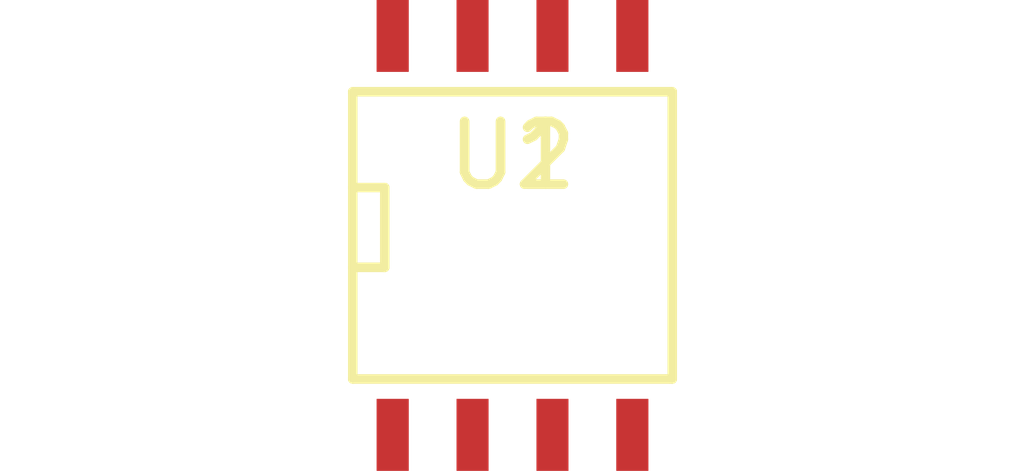
<source format=kicad_pcb>
(kicad_pcb (version 4) (host pcbnew 4.0.5)

  (general
    (links 8)
    (no_connects 4)
    (area 0 0 0 0)
    (thickness 1.6)
    (drawings 0)
    (tracks 0)
    (zones 0)
    (modules 2)
    (nets 9)
  )

  (page A4)
  (title_block
    (title battery-monitor)
    (rev 1)
  )

  (layers
    (0 F.Cu signal)
    (31 B.Cu signal)
    (32 B.Adhes user)
    (33 F.Adhes user)
    (34 B.Paste user)
    (35 F.Paste user)
    (36 B.SilkS user)
    (37 F.SilkS user)
    (38 B.Mask user)
    (39 F.Mask user)
    (40 Dwgs.User user)
    (41 Cmts.User user)
    (42 Eco1.User user)
    (43 Eco2.User user)
    (44 Edge.Cuts user)
    (45 Margin user)
    (46 B.CrtYd user)
    (47 F.CrtYd user)
    (48 B.Fab user)
    (49 F.Fab user)
  )

  (setup
    (last_trace_width 0.25)
    (trace_clearance 0.2)
    (zone_clearance 0.508)
    (zone_45_only no)
    (trace_min 0.2)
    (segment_width 0.2)
    (edge_width 0.15)
    (via_size 0.6)
    (via_drill 0.4)
    (via_min_size 0.4)
    (via_min_drill 0.3)
    (uvia_size 0.3)
    (uvia_drill 0.1)
    (uvias_allowed no)
    (uvia_min_size 0.2)
    (uvia_min_drill 0.1)
    (pcb_text_width 0.3)
    (pcb_text_size 1.5 1.5)
    (mod_edge_width 0.15)
    (mod_text_size 1 1)
    (mod_text_width 0.15)
    (pad_size 1.524 1.524)
    (pad_drill 0.762)
    (pad_to_mask_clearance 0.2)
    (aux_axis_origin 0 0)
    (visible_elements FFFFFF7F)
    (pcbplotparams
      (layerselection 0x00030_80000001)
      (usegerberextensions false)
      (excludeedgelayer true)
      (linewidth 0.100000)
      (plotframeref false)
      (viasonmask false)
      (mode 1)
      (useauxorigin false)
      (hpglpennumber 1)
      (hpglpenspeed 20)
      (hpglpendiameter 15)
      (hpglpenoverlay 2)
      (psnegative false)
      (psa4output false)
      (plotreference true)
      (plotvalue true)
      (plotinvisibletext false)
      (padsonsilk false)
      (subtractmaskfromsilk false)
      (outputformat 1)
      (mirror false)
      (drillshape 1)
      (scaleselection 1)
      (outputdirectory ""))
  )

  (net 0 "")
  (net 1 "Net-(J3-Pad6)")
  (net 2 "Net-(J3-Pad5)")
  (net 3 "Net-(C1-Pad2)")
  (net 4 GND)
  (net 5 "Net-(J1-Pad1)")
  (net 6 "Net-(J3-Pad4)")
  (net 7 "Net-(C2-Pad1)")
  (net 8 "Net-(J2-Pad1)")

  (net_class Default "This is the default net class."
    (clearance 0.2)
    (trace_width 0.25)
    (via_dia 0.6)
    (via_drill 0.4)
    (uvia_dia 0.3)
    (uvia_drill 0.1)
    (add_net GND)
    (add_net "Net-(C1-Pad2)")
    (add_net "Net-(C2-Pad1)")
    (add_net "Net-(J1-Pad1)")
    (add_net "Net-(J2-Pad1)")
    (add_net "Net-(J3-Pad4)")
    (add_net "Net-(J3-Pad5)")
    (add_net "Net-(J3-Pad6)")
  )

  (module SMD_Packages:SOIC-8-N (layer F.Cu) (tedit 0) (tstamp 592BDD29)
    (at 148.5011 105.0036)
    (descr "Module Narrow CMS SOJ 8 pins large")
    (tags "CMS SOJ")
    (path /592BD2BA)
    (attr smd)
    (fp_text reference U1 (at 0 -1.27) (layer F.SilkS)
      (effects (font (size 1 1) (thickness 0.15)))
    )
    (fp_text value ACS714LLCTR-30A-T (at 0 1.27) (layer F.Fab)
      (effects (font (size 1 1) (thickness 0.15)))
    )
    (fp_line (start -2.54 -2.286) (end 2.54 -2.286) (layer F.SilkS) (width 0.15))
    (fp_line (start 2.54 -2.286) (end 2.54 2.286) (layer F.SilkS) (width 0.15))
    (fp_line (start 2.54 2.286) (end -2.54 2.286) (layer F.SilkS) (width 0.15))
    (fp_line (start -2.54 2.286) (end -2.54 -2.286) (layer F.SilkS) (width 0.15))
    (fp_line (start -2.54 -0.762) (end -2.032 -0.762) (layer F.SilkS) (width 0.15))
    (fp_line (start -2.032 -0.762) (end -2.032 0.508) (layer F.SilkS) (width 0.15))
    (fp_line (start -2.032 0.508) (end -2.54 0.508) (layer F.SilkS) (width 0.15))
    (pad 8 smd rect (at -1.905 -3.175) (size 0.508 1.143) (layers F.Cu F.Paste F.Mask)
      (net 1 "Net-(J3-Pad6)"))
    (pad 7 smd rect (at -0.635 -3.175) (size 0.508 1.143) (layers F.Cu F.Paste F.Mask)
      (net 2 "Net-(J3-Pad5)"))
    (pad 6 smd rect (at 0.635 -3.175) (size 0.508 1.143) (layers F.Cu F.Paste F.Mask)
      (net 3 "Net-(C1-Pad2)"))
    (pad 5 smd rect (at 1.905 -3.175) (size 0.508 1.143) (layers F.Cu F.Paste F.Mask)
      (net 4 GND))
    (pad 4 smd rect (at 1.905 3.175) (size 0.508 1.143) (layers F.Cu F.Paste F.Mask)
      (net 4 GND))
    (pad 3 smd rect (at 0.635 3.175) (size 0.508 1.143) (layers F.Cu F.Paste F.Mask)
      (net 4 GND))
    (pad 2 smd rect (at -0.635 3.175) (size 0.508 1.143) (layers F.Cu F.Paste F.Mask)
      (net 5 "Net-(J1-Pad1)"))
    (pad 1 smd rect (at -1.905 3.175) (size 0.508 1.143) (layers F.Cu F.Paste F.Mask)
      (net 5 "Net-(J1-Pad1)"))
    (model SMD_Packages.3dshapes/SOIC-8-N.wrl
      (at (xyz 0 0 0))
      (scale (xyz 0.5 0.38 0.5))
      (rotate (xyz 0 0 0))
    )
  )

  (module SMD_Packages:SOIC-8-N (layer F.Cu) (tedit 0) (tstamp 592BDD35)
    (at 148.5011 105.0036)
    (descr "Module Narrow CMS SOJ 8 pins large")
    (tags "CMS SOJ")
    (path /592BD48F)
    (attr smd)
    (fp_text reference U2 (at 0 -1.27) (layer F.SilkS)
      (effects (font (size 1 1) (thickness 0.15)))
    )
    (fp_text value ACS714LLCTR-30A-T (at 0 1.27) (layer F.Fab)
      (effects (font (size 1 1) (thickness 0.15)))
    )
    (fp_line (start -2.54 -2.286) (end 2.54 -2.286) (layer F.SilkS) (width 0.15))
    (fp_line (start 2.54 -2.286) (end 2.54 2.286) (layer F.SilkS) (width 0.15))
    (fp_line (start 2.54 2.286) (end -2.54 2.286) (layer F.SilkS) (width 0.15))
    (fp_line (start -2.54 2.286) (end -2.54 -2.286) (layer F.SilkS) (width 0.15))
    (fp_line (start -2.54 -0.762) (end -2.032 -0.762) (layer F.SilkS) (width 0.15))
    (fp_line (start -2.032 -0.762) (end -2.032 0.508) (layer F.SilkS) (width 0.15))
    (fp_line (start -2.032 0.508) (end -2.54 0.508) (layer F.SilkS) (width 0.15))
    (pad 8 smd rect (at -1.905 -3.175) (size 0.508 1.143) (layers F.Cu F.Paste F.Mask)
      (net 1 "Net-(J3-Pad6)"))
    (pad 7 smd rect (at -0.635 -3.175) (size 0.508 1.143) (layers F.Cu F.Paste F.Mask)
      (net 6 "Net-(J3-Pad4)"))
    (pad 6 smd rect (at 0.635 -3.175) (size 0.508 1.143) (layers F.Cu F.Paste F.Mask)
      (net 7 "Net-(C2-Pad1)"))
    (pad 5 smd rect (at 1.905 -3.175) (size 0.508 1.143) (layers F.Cu F.Paste F.Mask)
      (net 4 GND))
    (pad 4 smd rect (at 1.905 3.175) (size 0.508 1.143) (layers F.Cu F.Paste F.Mask)
      (net 4 GND))
    (pad 3 smd rect (at 0.635 3.175) (size 0.508 1.143) (layers F.Cu F.Paste F.Mask)
      (net 4 GND))
    (pad 2 smd rect (at -0.635 3.175) (size 0.508 1.143) (layers F.Cu F.Paste F.Mask)
      (net 8 "Net-(J2-Pad1)"))
    (pad 1 smd rect (at -1.905 3.175) (size 0.508 1.143) (layers F.Cu F.Paste F.Mask)
      (net 8 "Net-(J2-Pad1)"))
    (model SMD_Packages.3dshapes/SOIC-8-N.wrl
      (at (xyz 0 0 0))
      (scale (xyz 0.5 0.38 0.5))
      (rotate (xyz 0 0 0))
    )
  )

)

</source>
